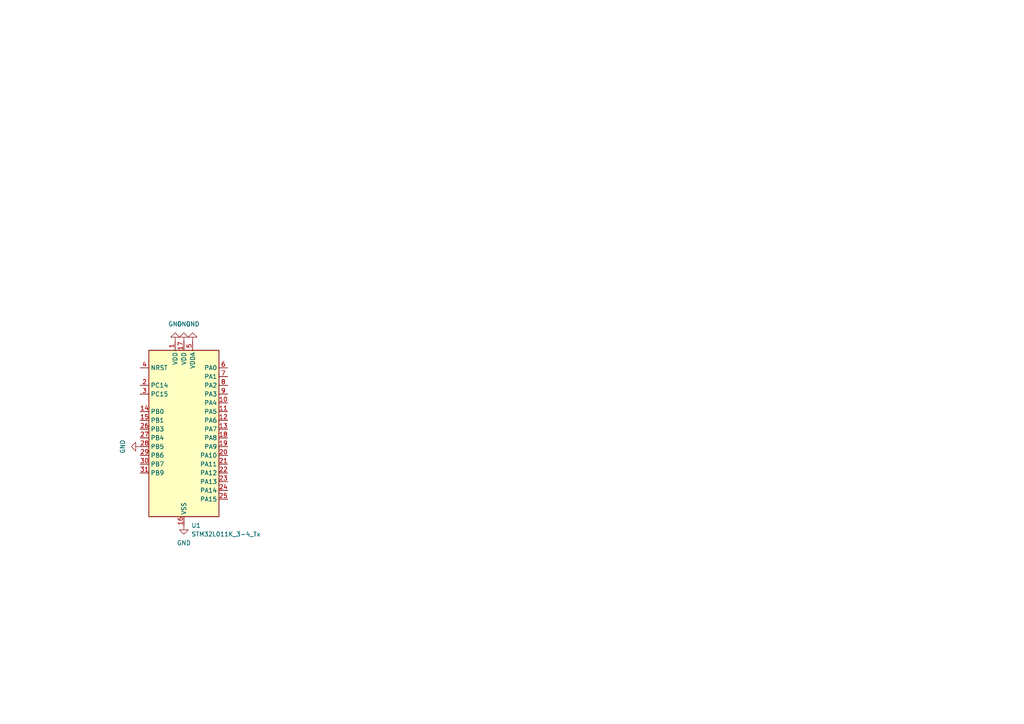
<source format=kicad_sch>
(kicad_sch (version 20250114) (generator "eeschema") (generator_version "9.0")
  (paper "A4")
  (lib_symbols
    (symbol "MCU_ST_STM32L0:STM32L011K_3-4_Tx"
      (property "Reference" "U" (at -10.16 26.67 0))
      (property "Value" "STM32L011K_3-4_Tx" (at 5.08 26.67 0))
      (symbol "STM32L011K_3-4_Tx_0_1"
        (rectangle (start -10.16 -22.86) (end 10.16 25.4) (stroke (width 0.254)) (fill (type background)))
      )
      (symbol "STM32L011K_3-4_Tx_1_1"
        (pin input line (at -12.7 20.32 0) (length 2.54) (name "NRST") (number "4"))
        (pin bidirectional line (at -12.7 15.24 0) (length 2.54) (name "PC14") (number "2"))
        (pin bidirectional line (at -12.7 12.7 0) (length 2.54) (name "PC15") (number "3"))
        (pin bidirectional line (at -12.7 7.62 0) (length 2.54) (name "PB0") (number "14"))
        (pin bidirectional line (at -12.7 5.08 0) (length 2.54) (name "PB1") (number "15"))
        (pin bidirectional line (at -12.7 2.54 0) (length 2.54) (name "PB3") (number "26"))
        (pin bidirectional line (at -12.7 0 0) (length 2.54) (name "PB4") (number "27"))
        (pin bidirectional line (at -12.7 -2.54 0) (length 2.54) (name "PB5") (number "28"))
        (pin bidirectional line (at -12.7 -5.08 0) (length 2.54) (name "PB6") (number "29"))
        (pin bidirectional line (at -12.7 -7.62 0) (length 2.54) (name "PB7") (number "30"))
        (pin bidirectional line (at -12.7 -10.16 0) (length 2.54) (name "PB9") (number "31"))
        (pin power_in line (at -2.54 27.94 270) (length 2.54) (name "VDD") (number "1"))
        (pin power_in line (at 0 27.94 270) (length 2.54) (name "VDD") (number "17"))
        (pin power_in line (at 0 -25.4 90) (length 2.54) (name "VSS") (number "16"))
        (pin passive line (at 0 -25.4 90) (length 2.54) (hide yes) (name "VSS") (number "32"))
        (pin power_in line (at 2.54 27.94 270) (length 2.54) (name "VDDA") (number "5"))
        (pin bidirectional line (at 12.7 20.32 180) (length 2.54) (name "PA0") (number "6"))
        (pin bidirectional line (at 12.7 17.78 180) (length 2.54) (name "PA1") (number "7"))
        (pin bidirectional line (at 12.7 15.24 180) (length 2.54) (name "PA2") (number "8"))
        (pin bidirectional line (at 12.7 12.7 180) (length 2.54) (name "PA3") (number "9"))
        (pin bidirectional line (at 12.7 10.16 180) (length 2.54) (name "PA4") (number "10"))
        (pin bidirectional line (at 12.7 7.62 180) (length 2.54) (name "PA5") (number "11"))
        (pin bidirectional line (at 12.7 5.08 180) (length 2.54) (name "PA6") (number "12"))
        (pin bidirectional line (at 12.7 2.54 180) (length 2.54) (name "PA7") (number "13"))
        (pin bidirectional line (at 12.7 0 180) (length 2.54) (name "PA8") (number "18"))
        (pin bidirectional line (at 12.7 -2.54 180) (length 2.54) (name "PA9") (number "19"))
        (pin bidirectional line (at 12.7 -5.08 180) (length 2.54) (name "PA10") (number "20"))
        (pin bidirectional line (at 12.7 -7.62 180) (length 2.54) (name "PA11") (number "21"))
        (pin bidirectional line (at 12.7 -10.16 180) (length 2.54) (name "PA12") (number "22"))
        (pin bidirectional line (at 12.7 -12.7 180) (length 2.54) (name "PA13") (number "23"))
        (pin bidirectional line (at 12.7 -15.24 180) (length 2.54) (name "PA14") (number "24"))
        (pin bidirectional line (at 12.7 -17.78 180) (length 2.54) (name "PA15") (number "25"))
      )
    )
    (symbol "power:GND" (power) (pin_numbers (hide yes)) (pin_names (offset 0) (hide yes))
      (property "Value" "GND" (at 0 -3.81 0))
      (symbol "GND_0_1"
        (polyline (pts (xy 0 0) (xy 0 -1.27) (xy 1.27 -1.27) (xy 0 -2.54) (xy -1.27 -1.27) (xy 0 -1.27)))
      )
      (symbol "GND_1_1"
        (pin power_in line (at 0 0 270) (length 0) (name "~") (number "1"))
      )
    )
  )
  (symbol (lib_id "power:GND") (at 50.8 99.06 0) (mirror x) (unit 1)
    (property "Reference" "#PWR02" (effects (hide yes)))
    (property "Value" "GND" (at 50.8 93.98 0))
    (property "Description" "Power symbol creates a global label with name \"GND\" , ground" (effects (hide yes)))
  )
  (symbol (lib_id "power:GND") (at 55.88 99.06 0) (mirror x) (unit 1)
    (property "Reference" "#PWR08" (effects (hide yes)))
    (property "Value" "GND" (at 55.88 93.98 0))
    (property "Description" "Power symbol creates a global label with name \"GND\" , ground" (effects (hide yes)))
  )
  (symbol (lib_id "power:GND") (at 40.64 129.54 270) (mirror x) (unit 1)
    (property "Reference" "#PWR03" (effects (hide yes)))
    (property "Value" "GND" (at 35.56 129.54 0))
    (property "Description" "Power symbol creates a global label with name \"GND\" , ground" (effects (hide yes)))
  )
  (symbol (lib_id "power:GND") (at 53.34 99.06 0) (mirror x) (unit 1)
    (property "Reference" "#PWR06" (effects (hide yes)))
    (property "Value" "GND" (at 53.34 93.98 0))
    (property "Description" "Power symbol creates a global label with name \"GND\" , ground" (effects (hide yes)))
  )
  (symbol (lib_id "MCU_ST_STM32L0:STM32L011K_3-4_Tx") (at 53.34 127 0) (unit 1)
    (property "Reference" "U1" (at 55.4833 152.4 0) (effects (justify left)))
    (property "Value" "STM32L011K_3-4_Tx" (at 55.4833 154.94 0) (effects (justify left)))
    (property "Footprint" "Package_QFP:LQFP-32_7x7mm_P0.8mm" (effects (hide yes)))
    (property "Datasheet" "https://www.st.com/resource/en/datasheet/stm32l011k3.pdf" (effects (hide yes)))
    (property "Description" "STMicroelectronics Arm Cortex-M0+ MCU, 8-16KB flash, 2KB RAM, 32 MHz, 1.65-3.6V, 26 GPIO, LQFP32" (effects (hide yes)))
  )
  (symbol (lib_id "power:GND") (at 53.34 152.4 0) (mirror y) (unit 1)
    (property "Reference" "#PWR01" (effects (hide yes)))
    (property "Value" "GND" (at 53.34 157.48 0))
    (property "Description" "Power symbol creates a global label with name \"GND\" , ground" (effects (hide yes)))
  )
)
</source>
